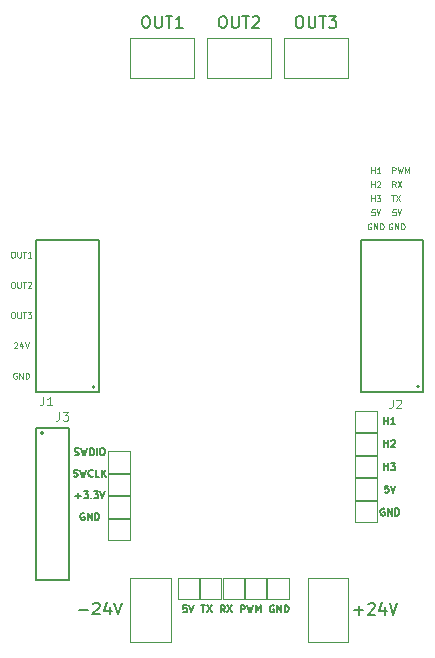
<source format=gbr>
%TF.GenerationSoftware,KiCad,Pcbnew,8.0.6*%
%TF.CreationDate,2024-10-27T10:54:55+01:00*%
%TF.ProjectId,Motor_Driver_carrier_board,4d6f746f-725f-4447-9269-7665725f6361,rev?*%
%TF.SameCoordinates,Original*%
%TF.FileFunction,Legend,Top*%
%TF.FilePolarity,Positive*%
%FSLAX46Y46*%
G04 Gerber Fmt 4.6, Leading zero omitted, Abs format (unit mm)*
G04 Created by KiCad (PCBNEW 8.0.6) date 2024-10-27 10:54:55*
%MOMM*%
%LPD*%
G01*
G04 APERTURE LIST*
%ADD10C,0.100000*%
%ADD11C,0.150000*%
%ADD12C,0.065024*%
%ADD13C,0.120000*%
%ADD14C,0.200000*%
G04 APERTURE END LIST*
D10*
X114980074Y-63358609D02*
X115075312Y-63358609D01*
X115075312Y-63358609D02*
X115122931Y-63382419D01*
X115122931Y-63382419D02*
X115170550Y-63430038D01*
X115170550Y-63430038D02*
X115194360Y-63525276D01*
X115194360Y-63525276D02*
X115194360Y-63691942D01*
X115194360Y-63691942D02*
X115170550Y-63787180D01*
X115170550Y-63787180D02*
X115122931Y-63834800D01*
X115122931Y-63834800D02*
X115075312Y-63858609D01*
X115075312Y-63858609D02*
X114980074Y-63858609D01*
X114980074Y-63858609D02*
X114932455Y-63834800D01*
X114932455Y-63834800D02*
X114884836Y-63787180D01*
X114884836Y-63787180D02*
X114861027Y-63691942D01*
X114861027Y-63691942D02*
X114861027Y-63525276D01*
X114861027Y-63525276D02*
X114884836Y-63430038D01*
X114884836Y-63430038D02*
X114932455Y-63382419D01*
X114932455Y-63382419D02*
X114980074Y-63358609D01*
X115408646Y-63358609D02*
X115408646Y-63763371D01*
X115408646Y-63763371D02*
X115432456Y-63810990D01*
X115432456Y-63810990D02*
X115456265Y-63834800D01*
X115456265Y-63834800D02*
X115503884Y-63858609D01*
X115503884Y-63858609D02*
X115599122Y-63858609D01*
X115599122Y-63858609D02*
X115646741Y-63834800D01*
X115646741Y-63834800D02*
X115670551Y-63810990D01*
X115670551Y-63810990D02*
X115694360Y-63763371D01*
X115694360Y-63763371D02*
X115694360Y-63358609D01*
X115861028Y-63358609D02*
X116146742Y-63358609D01*
X116003885Y-63858609D02*
X116003885Y-63358609D01*
X116575313Y-63858609D02*
X116289599Y-63858609D01*
X116432456Y-63858609D02*
X116432456Y-63358609D01*
X116432456Y-63358609D02*
X116384837Y-63430038D01*
X116384837Y-63430038D02*
X116337218Y-63477657D01*
X116337218Y-63477657D02*
X116289599Y-63501466D01*
X147137216Y-60994919D02*
X147089597Y-60971109D01*
X147089597Y-60971109D02*
X147018168Y-60971109D01*
X147018168Y-60971109D02*
X146946740Y-60994919D01*
X146946740Y-60994919D02*
X146899121Y-61042538D01*
X146899121Y-61042538D02*
X146875311Y-61090157D01*
X146875311Y-61090157D02*
X146851502Y-61185395D01*
X146851502Y-61185395D02*
X146851502Y-61256823D01*
X146851502Y-61256823D02*
X146875311Y-61352061D01*
X146875311Y-61352061D02*
X146899121Y-61399680D01*
X146899121Y-61399680D02*
X146946740Y-61447300D01*
X146946740Y-61447300D02*
X147018168Y-61471109D01*
X147018168Y-61471109D02*
X147065787Y-61471109D01*
X147065787Y-61471109D02*
X147137216Y-61447300D01*
X147137216Y-61447300D02*
X147161025Y-61423490D01*
X147161025Y-61423490D02*
X147161025Y-61256823D01*
X147161025Y-61256823D02*
X147065787Y-61256823D01*
X147375311Y-61471109D02*
X147375311Y-60971109D01*
X147375311Y-60971109D02*
X147661025Y-61471109D01*
X147661025Y-61471109D02*
X147661025Y-60971109D01*
X147899121Y-61471109D02*
X147899121Y-60971109D01*
X147899121Y-60971109D02*
X148018169Y-60971109D01*
X148018169Y-60971109D02*
X148089597Y-60994919D01*
X148089597Y-60994919D02*
X148137216Y-61042538D01*
X148137216Y-61042538D02*
X148161026Y-61090157D01*
X148161026Y-61090157D02*
X148184835Y-61185395D01*
X148184835Y-61185395D02*
X148184835Y-61256823D01*
X148184835Y-61256823D02*
X148161026Y-61352061D01*
X148161026Y-61352061D02*
X148137216Y-61399680D01*
X148137216Y-61399680D02*
X148089597Y-61447300D01*
X148089597Y-61447300D02*
X148018169Y-61471109D01*
X148018169Y-61471109D02*
X147899121Y-61471109D01*
X147137216Y-56721109D02*
X147137216Y-56221109D01*
X147137216Y-56221109D02*
X147327692Y-56221109D01*
X147327692Y-56221109D02*
X147375311Y-56244919D01*
X147375311Y-56244919D02*
X147399121Y-56268728D01*
X147399121Y-56268728D02*
X147422930Y-56316347D01*
X147422930Y-56316347D02*
X147422930Y-56387776D01*
X147422930Y-56387776D02*
X147399121Y-56435395D01*
X147399121Y-56435395D02*
X147375311Y-56459204D01*
X147375311Y-56459204D02*
X147327692Y-56483014D01*
X147327692Y-56483014D02*
X147137216Y-56483014D01*
X147589597Y-56221109D02*
X147708645Y-56721109D01*
X147708645Y-56721109D02*
X147803883Y-56363966D01*
X147803883Y-56363966D02*
X147899121Y-56721109D01*
X147899121Y-56721109D02*
X148018169Y-56221109D01*
X148208645Y-56721109D02*
X148208645Y-56221109D01*
X148208645Y-56221109D02*
X148375312Y-56578252D01*
X148375312Y-56578252D02*
X148541978Y-56221109D01*
X148541978Y-56221109D02*
X148541978Y-56721109D01*
X145359836Y-57908609D02*
X145359836Y-57408609D01*
X145359836Y-57646704D02*
X145645550Y-57646704D01*
X145645550Y-57908609D02*
X145645550Y-57408609D01*
X145859837Y-57456228D02*
X145883646Y-57432419D01*
X145883646Y-57432419D02*
X145931265Y-57408609D01*
X145931265Y-57408609D02*
X146050313Y-57408609D01*
X146050313Y-57408609D02*
X146097932Y-57432419D01*
X146097932Y-57432419D02*
X146121741Y-57456228D01*
X146121741Y-57456228D02*
X146145551Y-57503847D01*
X146145551Y-57503847D02*
X146145551Y-57551466D01*
X146145551Y-57551466D02*
X146121741Y-57622895D01*
X146121741Y-57622895D02*
X145836027Y-57908609D01*
X145836027Y-57908609D02*
X146145551Y-57908609D01*
X145645551Y-59783609D02*
X145407456Y-59783609D01*
X145407456Y-59783609D02*
X145383647Y-60021704D01*
X145383647Y-60021704D02*
X145407456Y-59997895D01*
X145407456Y-59997895D02*
X145455075Y-59974085D01*
X145455075Y-59974085D02*
X145574123Y-59974085D01*
X145574123Y-59974085D02*
X145621742Y-59997895D01*
X145621742Y-59997895D02*
X145645551Y-60021704D01*
X145645551Y-60021704D02*
X145669361Y-60069323D01*
X145669361Y-60069323D02*
X145669361Y-60188371D01*
X145669361Y-60188371D02*
X145645551Y-60235990D01*
X145645551Y-60235990D02*
X145621742Y-60259800D01*
X145621742Y-60259800D02*
X145574123Y-60283609D01*
X145574123Y-60283609D02*
X145455075Y-60283609D01*
X145455075Y-60283609D02*
X145407456Y-60259800D01*
X145407456Y-60259800D02*
X145383647Y-60235990D01*
X145812218Y-59783609D02*
X145978884Y-60283609D01*
X145978884Y-60283609D02*
X146145551Y-59783609D01*
X145359836Y-59096109D02*
X145359836Y-58596109D01*
X145359836Y-58834204D02*
X145645550Y-58834204D01*
X145645550Y-59096109D02*
X145645550Y-58596109D01*
X145836027Y-58596109D02*
X146145551Y-58596109D01*
X146145551Y-58596109D02*
X145978884Y-58786585D01*
X145978884Y-58786585D02*
X146050313Y-58786585D01*
X146050313Y-58786585D02*
X146097932Y-58810395D01*
X146097932Y-58810395D02*
X146121741Y-58834204D01*
X146121741Y-58834204D02*
X146145551Y-58881823D01*
X146145551Y-58881823D02*
X146145551Y-59000871D01*
X146145551Y-59000871D02*
X146121741Y-59048490D01*
X146121741Y-59048490D02*
X146097932Y-59072300D01*
X146097932Y-59072300D02*
X146050313Y-59096109D01*
X146050313Y-59096109D02*
X145907456Y-59096109D01*
X145907456Y-59096109D02*
X145859837Y-59072300D01*
X145859837Y-59072300D02*
X145836027Y-59048490D01*
X115122933Y-71093728D02*
X115146742Y-71069919D01*
X115146742Y-71069919D02*
X115194361Y-71046109D01*
X115194361Y-71046109D02*
X115313409Y-71046109D01*
X115313409Y-71046109D02*
X115361028Y-71069919D01*
X115361028Y-71069919D02*
X115384837Y-71093728D01*
X115384837Y-71093728D02*
X115408647Y-71141347D01*
X115408647Y-71141347D02*
X115408647Y-71188966D01*
X115408647Y-71188966D02*
X115384837Y-71260395D01*
X115384837Y-71260395D02*
X115099123Y-71546109D01*
X115099123Y-71546109D02*
X115408647Y-71546109D01*
X115837218Y-71212776D02*
X115837218Y-71546109D01*
X115718170Y-71022300D02*
X115599123Y-71379442D01*
X115599123Y-71379442D02*
X115908646Y-71379442D01*
X116027694Y-71046109D02*
X116194360Y-71546109D01*
X116194360Y-71546109D02*
X116361027Y-71046109D01*
X114980074Y-68483609D02*
X115075312Y-68483609D01*
X115075312Y-68483609D02*
X115122931Y-68507419D01*
X115122931Y-68507419D02*
X115170550Y-68555038D01*
X115170550Y-68555038D02*
X115194360Y-68650276D01*
X115194360Y-68650276D02*
X115194360Y-68816942D01*
X115194360Y-68816942D02*
X115170550Y-68912180D01*
X115170550Y-68912180D02*
X115122931Y-68959800D01*
X115122931Y-68959800D02*
X115075312Y-68983609D01*
X115075312Y-68983609D02*
X114980074Y-68983609D01*
X114980074Y-68983609D02*
X114932455Y-68959800D01*
X114932455Y-68959800D02*
X114884836Y-68912180D01*
X114884836Y-68912180D02*
X114861027Y-68816942D01*
X114861027Y-68816942D02*
X114861027Y-68650276D01*
X114861027Y-68650276D02*
X114884836Y-68555038D01*
X114884836Y-68555038D02*
X114932455Y-68507419D01*
X114932455Y-68507419D02*
X114980074Y-68483609D01*
X115408646Y-68483609D02*
X115408646Y-68888371D01*
X115408646Y-68888371D02*
X115432456Y-68935990D01*
X115432456Y-68935990D02*
X115456265Y-68959800D01*
X115456265Y-68959800D02*
X115503884Y-68983609D01*
X115503884Y-68983609D02*
X115599122Y-68983609D01*
X115599122Y-68983609D02*
X115646741Y-68959800D01*
X115646741Y-68959800D02*
X115670551Y-68935990D01*
X115670551Y-68935990D02*
X115694360Y-68888371D01*
X115694360Y-68888371D02*
X115694360Y-68483609D01*
X115861028Y-68483609D02*
X116146742Y-68483609D01*
X116003885Y-68983609D02*
X116003885Y-68483609D01*
X116265789Y-68483609D02*
X116575313Y-68483609D01*
X116575313Y-68483609D02*
X116408646Y-68674085D01*
X116408646Y-68674085D02*
X116480075Y-68674085D01*
X116480075Y-68674085D02*
X116527694Y-68697895D01*
X116527694Y-68697895D02*
X116551503Y-68721704D01*
X116551503Y-68721704D02*
X116575313Y-68769323D01*
X116575313Y-68769323D02*
X116575313Y-68888371D01*
X116575313Y-68888371D02*
X116551503Y-68935990D01*
X116551503Y-68935990D02*
X116527694Y-68959800D01*
X116527694Y-68959800D02*
X116480075Y-68983609D01*
X116480075Y-68983609D02*
X116337218Y-68983609D01*
X116337218Y-68983609D02*
X116289599Y-68959800D01*
X116289599Y-68959800D02*
X116265789Y-68935990D01*
X115337217Y-73632419D02*
X115289598Y-73608609D01*
X115289598Y-73608609D02*
X115218169Y-73608609D01*
X115218169Y-73608609D02*
X115146741Y-73632419D01*
X115146741Y-73632419D02*
X115099122Y-73680038D01*
X115099122Y-73680038D02*
X115075312Y-73727657D01*
X115075312Y-73727657D02*
X115051503Y-73822895D01*
X115051503Y-73822895D02*
X115051503Y-73894323D01*
X115051503Y-73894323D02*
X115075312Y-73989561D01*
X115075312Y-73989561D02*
X115099122Y-74037180D01*
X115099122Y-74037180D02*
X115146741Y-74084800D01*
X115146741Y-74084800D02*
X115218169Y-74108609D01*
X115218169Y-74108609D02*
X115265788Y-74108609D01*
X115265788Y-74108609D02*
X115337217Y-74084800D01*
X115337217Y-74084800D02*
X115361026Y-74060990D01*
X115361026Y-74060990D02*
X115361026Y-73894323D01*
X115361026Y-73894323D02*
X115265788Y-73894323D01*
X115575312Y-74108609D02*
X115575312Y-73608609D01*
X115575312Y-73608609D02*
X115861026Y-74108609D01*
X115861026Y-74108609D02*
X115861026Y-73608609D01*
X116099122Y-74108609D02*
X116099122Y-73608609D01*
X116099122Y-73608609D02*
X116218170Y-73608609D01*
X116218170Y-73608609D02*
X116289598Y-73632419D01*
X116289598Y-73632419D02*
X116337217Y-73680038D01*
X116337217Y-73680038D02*
X116361027Y-73727657D01*
X116361027Y-73727657D02*
X116384836Y-73822895D01*
X116384836Y-73822895D02*
X116384836Y-73894323D01*
X116384836Y-73894323D02*
X116361027Y-73989561D01*
X116361027Y-73989561D02*
X116337217Y-74037180D01*
X116337217Y-74037180D02*
X116289598Y-74084800D01*
X116289598Y-74084800D02*
X116218170Y-74108609D01*
X116218170Y-74108609D02*
X116099122Y-74108609D01*
X147422930Y-57908609D02*
X147256264Y-57670514D01*
X147137216Y-57908609D02*
X147137216Y-57408609D01*
X147137216Y-57408609D02*
X147327692Y-57408609D01*
X147327692Y-57408609D02*
X147375311Y-57432419D01*
X147375311Y-57432419D02*
X147399121Y-57456228D01*
X147399121Y-57456228D02*
X147422930Y-57503847D01*
X147422930Y-57503847D02*
X147422930Y-57575276D01*
X147422930Y-57575276D02*
X147399121Y-57622895D01*
X147399121Y-57622895D02*
X147375311Y-57646704D01*
X147375311Y-57646704D02*
X147327692Y-57670514D01*
X147327692Y-57670514D02*
X147137216Y-57670514D01*
X147589597Y-57408609D02*
X147922930Y-57908609D01*
X147922930Y-57408609D02*
X147589597Y-57908609D01*
X114980074Y-65921109D02*
X115075312Y-65921109D01*
X115075312Y-65921109D02*
X115122931Y-65944919D01*
X115122931Y-65944919D02*
X115170550Y-65992538D01*
X115170550Y-65992538D02*
X115194360Y-66087776D01*
X115194360Y-66087776D02*
X115194360Y-66254442D01*
X115194360Y-66254442D02*
X115170550Y-66349680D01*
X115170550Y-66349680D02*
X115122931Y-66397300D01*
X115122931Y-66397300D02*
X115075312Y-66421109D01*
X115075312Y-66421109D02*
X114980074Y-66421109D01*
X114980074Y-66421109D02*
X114932455Y-66397300D01*
X114932455Y-66397300D02*
X114884836Y-66349680D01*
X114884836Y-66349680D02*
X114861027Y-66254442D01*
X114861027Y-66254442D02*
X114861027Y-66087776D01*
X114861027Y-66087776D02*
X114884836Y-65992538D01*
X114884836Y-65992538D02*
X114932455Y-65944919D01*
X114932455Y-65944919D02*
X114980074Y-65921109D01*
X115408646Y-65921109D02*
X115408646Y-66325871D01*
X115408646Y-66325871D02*
X115432456Y-66373490D01*
X115432456Y-66373490D02*
X115456265Y-66397300D01*
X115456265Y-66397300D02*
X115503884Y-66421109D01*
X115503884Y-66421109D02*
X115599122Y-66421109D01*
X115599122Y-66421109D02*
X115646741Y-66397300D01*
X115646741Y-66397300D02*
X115670551Y-66373490D01*
X115670551Y-66373490D02*
X115694360Y-66325871D01*
X115694360Y-66325871D02*
X115694360Y-65921109D01*
X115861028Y-65921109D02*
X116146742Y-65921109D01*
X116003885Y-66421109D02*
X116003885Y-65921109D01*
X116289599Y-65968728D02*
X116313408Y-65944919D01*
X116313408Y-65944919D02*
X116361027Y-65921109D01*
X116361027Y-65921109D02*
X116480075Y-65921109D01*
X116480075Y-65921109D02*
X116527694Y-65944919D01*
X116527694Y-65944919D02*
X116551503Y-65968728D01*
X116551503Y-65968728D02*
X116575313Y-66016347D01*
X116575313Y-66016347D02*
X116575313Y-66063966D01*
X116575313Y-66063966D02*
X116551503Y-66135395D01*
X116551503Y-66135395D02*
X116265789Y-66421109D01*
X116265789Y-66421109D02*
X116575313Y-66421109D01*
X145359836Y-60994919D02*
X145312217Y-60971109D01*
X145312217Y-60971109D02*
X145240788Y-60971109D01*
X145240788Y-60971109D02*
X145169360Y-60994919D01*
X145169360Y-60994919D02*
X145121741Y-61042538D01*
X145121741Y-61042538D02*
X145097931Y-61090157D01*
X145097931Y-61090157D02*
X145074122Y-61185395D01*
X145074122Y-61185395D02*
X145074122Y-61256823D01*
X145074122Y-61256823D02*
X145097931Y-61352061D01*
X145097931Y-61352061D02*
X145121741Y-61399680D01*
X145121741Y-61399680D02*
X145169360Y-61447300D01*
X145169360Y-61447300D02*
X145240788Y-61471109D01*
X145240788Y-61471109D02*
X145288407Y-61471109D01*
X145288407Y-61471109D02*
X145359836Y-61447300D01*
X145359836Y-61447300D02*
X145383645Y-61423490D01*
X145383645Y-61423490D02*
X145383645Y-61256823D01*
X145383645Y-61256823D02*
X145288407Y-61256823D01*
X145597931Y-61471109D02*
X145597931Y-60971109D01*
X145597931Y-60971109D02*
X145883645Y-61471109D01*
X145883645Y-61471109D02*
X145883645Y-60971109D01*
X146121741Y-61471109D02*
X146121741Y-60971109D01*
X146121741Y-60971109D02*
X146240789Y-60971109D01*
X146240789Y-60971109D02*
X146312217Y-60994919D01*
X146312217Y-60994919D02*
X146359836Y-61042538D01*
X146359836Y-61042538D02*
X146383646Y-61090157D01*
X146383646Y-61090157D02*
X146407455Y-61185395D01*
X146407455Y-61185395D02*
X146407455Y-61256823D01*
X146407455Y-61256823D02*
X146383646Y-61352061D01*
X146383646Y-61352061D02*
X146359836Y-61399680D01*
X146359836Y-61399680D02*
X146312217Y-61447300D01*
X146312217Y-61447300D02*
X146240789Y-61471109D01*
X146240789Y-61471109D02*
X146121741Y-61471109D01*
X147065788Y-58596109D02*
X147351502Y-58596109D01*
X147208645Y-59096109D02*
X147208645Y-58596109D01*
X147470549Y-58596109D02*
X147803882Y-59096109D01*
X147803882Y-58596109D02*
X147470549Y-59096109D01*
X147422931Y-59783609D02*
X147184836Y-59783609D01*
X147184836Y-59783609D02*
X147161027Y-60021704D01*
X147161027Y-60021704D02*
X147184836Y-59997895D01*
X147184836Y-59997895D02*
X147232455Y-59974085D01*
X147232455Y-59974085D02*
X147351503Y-59974085D01*
X147351503Y-59974085D02*
X147399122Y-59997895D01*
X147399122Y-59997895D02*
X147422931Y-60021704D01*
X147422931Y-60021704D02*
X147446741Y-60069323D01*
X147446741Y-60069323D02*
X147446741Y-60188371D01*
X147446741Y-60188371D02*
X147422931Y-60235990D01*
X147422931Y-60235990D02*
X147399122Y-60259800D01*
X147399122Y-60259800D02*
X147351503Y-60283609D01*
X147351503Y-60283609D02*
X147232455Y-60283609D01*
X147232455Y-60283609D02*
X147184836Y-60259800D01*
X147184836Y-60259800D02*
X147161027Y-60235990D01*
X147589598Y-59783609D02*
X147756264Y-60283609D01*
X147756264Y-60283609D02*
X147922931Y-59783609D01*
X145359836Y-56721109D02*
X145359836Y-56221109D01*
X145359836Y-56459204D02*
X145645550Y-56459204D01*
X145645550Y-56721109D02*
X145645550Y-56221109D01*
X146145551Y-56721109D02*
X145859837Y-56721109D01*
X146002694Y-56721109D02*
X146002694Y-56221109D01*
X146002694Y-56221109D02*
X145955075Y-56292538D01*
X145955075Y-56292538D02*
X145907456Y-56340157D01*
X145907456Y-56340157D02*
X145859837Y-56363966D01*
D11*
X126198809Y-43404819D02*
X126389285Y-43404819D01*
X126389285Y-43404819D02*
X126484523Y-43452438D01*
X126484523Y-43452438D02*
X126579761Y-43547676D01*
X126579761Y-43547676D02*
X126627380Y-43738152D01*
X126627380Y-43738152D02*
X126627380Y-44071485D01*
X126627380Y-44071485D02*
X126579761Y-44261961D01*
X126579761Y-44261961D02*
X126484523Y-44357200D01*
X126484523Y-44357200D02*
X126389285Y-44404819D01*
X126389285Y-44404819D02*
X126198809Y-44404819D01*
X126198809Y-44404819D02*
X126103571Y-44357200D01*
X126103571Y-44357200D02*
X126008333Y-44261961D01*
X126008333Y-44261961D02*
X125960714Y-44071485D01*
X125960714Y-44071485D02*
X125960714Y-43738152D01*
X125960714Y-43738152D02*
X126008333Y-43547676D01*
X126008333Y-43547676D02*
X126103571Y-43452438D01*
X126103571Y-43452438D02*
X126198809Y-43404819D01*
X127055952Y-43404819D02*
X127055952Y-44214342D01*
X127055952Y-44214342D02*
X127103571Y-44309580D01*
X127103571Y-44309580D02*
X127151190Y-44357200D01*
X127151190Y-44357200D02*
X127246428Y-44404819D01*
X127246428Y-44404819D02*
X127436904Y-44404819D01*
X127436904Y-44404819D02*
X127532142Y-44357200D01*
X127532142Y-44357200D02*
X127579761Y-44309580D01*
X127579761Y-44309580D02*
X127627380Y-44214342D01*
X127627380Y-44214342D02*
X127627380Y-43404819D01*
X127960714Y-43404819D02*
X128532142Y-43404819D01*
X128246428Y-44404819D02*
X128246428Y-43404819D01*
X129389285Y-44404819D02*
X128817857Y-44404819D01*
X129103571Y-44404819D02*
X129103571Y-43404819D01*
X129103571Y-43404819D02*
X129008333Y-43547676D01*
X129008333Y-43547676D02*
X128913095Y-43642914D01*
X128913095Y-43642914D02*
X128817857Y-43690533D01*
D12*
X118967012Y-76907329D02*
X118967012Y-77441455D01*
X118967012Y-77441455D02*
X118931403Y-77548280D01*
X118931403Y-77548280D02*
X118860187Y-77619497D01*
X118860187Y-77619497D02*
X118753361Y-77655105D01*
X118753361Y-77655105D02*
X118682145Y-77655105D01*
X119251879Y-76907329D02*
X119714788Y-76907329D01*
X119714788Y-76907329D02*
X119465529Y-77192196D01*
X119465529Y-77192196D02*
X119572354Y-77192196D01*
X119572354Y-77192196D02*
X119643571Y-77227804D01*
X119643571Y-77227804D02*
X119679179Y-77263413D01*
X119679179Y-77263413D02*
X119714788Y-77334629D01*
X119714788Y-77334629D02*
X119714788Y-77512671D01*
X119714788Y-77512671D02*
X119679179Y-77583888D01*
X119679179Y-77583888D02*
X119643571Y-77619497D01*
X119643571Y-77619497D02*
X119572354Y-77655105D01*
X119572354Y-77655105D02*
X119358704Y-77655105D01*
X119358704Y-77655105D02*
X119287487Y-77619497D01*
X119287487Y-77619497D02*
X119251879Y-77583888D01*
D11*
X146467857Y-85129592D02*
X146410715Y-85101021D01*
X146410715Y-85101021D02*
X146325000Y-85101021D01*
X146325000Y-85101021D02*
X146239286Y-85129592D01*
X146239286Y-85129592D02*
X146182143Y-85186735D01*
X146182143Y-85186735D02*
X146153572Y-85243878D01*
X146153572Y-85243878D02*
X146125000Y-85358164D01*
X146125000Y-85358164D02*
X146125000Y-85443878D01*
X146125000Y-85443878D02*
X146153572Y-85558164D01*
X146153572Y-85558164D02*
X146182143Y-85615307D01*
X146182143Y-85615307D02*
X146239286Y-85672450D01*
X146239286Y-85672450D02*
X146325000Y-85701021D01*
X146325000Y-85701021D02*
X146382143Y-85701021D01*
X146382143Y-85701021D02*
X146467857Y-85672450D01*
X146467857Y-85672450D02*
X146496429Y-85643878D01*
X146496429Y-85643878D02*
X146496429Y-85443878D01*
X146496429Y-85443878D02*
X146382143Y-85443878D01*
X146753572Y-85701021D02*
X146753572Y-85101021D01*
X146753572Y-85101021D02*
X147096429Y-85701021D01*
X147096429Y-85701021D02*
X147096429Y-85101021D01*
X147382143Y-85701021D02*
X147382143Y-85101021D01*
X147382143Y-85101021D02*
X147525000Y-85101021D01*
X147525000Y-85101021D02*
X147610714Y-85129592D01*
X147610714Y-85129592D02*
X147667857Y-85186735D01*
X147667857Y-85186735D02*
X147696428Y-85243878D01*
X147696428Y-85243878D02*
X147725000Y-85358164D01*
X147725000Y-85358164D02*
X147725000Y-85443878D01*
X147725000Y-85443878D02*
X147696428Y-85558164D01*
X147696428Y-85558164D02*
X147667857Y-85615307D01*
X147667857Y-85615307D02*
X147610714Y-85672450D01*
X147610714Y-85672450D02*
X147525000Y-85701021D01*
X147525000Y-85701021D02*
X147382143Y-85701021D01*
X129734820Y-93294771D02*
X129449106Y-93294771D01*
X129449106Y-93294771D02*
X129420534Y-93580485D01*
X129420534Y-93580485D02*
X129449106Y-93551914D01*
X129449106Y-93551914D02*
X129506249Y-93523342D01*
X129506249Y-93523342D02*
X129649106Y-93523342D01*
X129649106Y-93523342D02*
X129706249Y-93551914D01*
X129706249Y-93551914D02*
X129734820Y-93580485D01*
X129734820Y-93580485D02*
X129763391Y-93637628D01*
X129763391Y-93637628D02*
X129763391Y-93780485D01*
X129763391Y-93780485D02*
X129734820Y-93837628D01*
X129734820Y-93837628D02*
X129706249Y-93866200D01*
X129706249Y-93866200D02*
X129649106Y-93894771D01*
X129649106Y-93894771D02*
X129506249Y-93894771D01*
X129506249Y-93894771D02*
X129449106Y-93866200D01*
X129449106Y-93866200D02*
X129420534Y-93837628D01*
X129934820Y-93294771D02*
X130134820Y-93894771D01*
X130134820Y-93894771D02*
X130334820Y-93294771D01*
X137116963Y-93323342D02*
X137059821Y-93294771D01*
X137059821Y-93294771D02*
X136974106Y-93294771D01*
X136974106Y-93294771D02*
X136888392Y-93323342D01*
X136888392Y-93323342D02*
X136831249Y-93380485D01*
X136831249Y-93380485D02*
X136802678Y-93437628D01*
X136802678Y-93437628D02*
X136774106Y-93551914D01*
X136774106Y-93551914D02*
X136774106Y-93637628D01*
X136774106Y-93637628D02*
X136802678Y-93751914D01*
X136802678Y-93751914D02*
X136831249Y-93809057D01*
X136831249Y-93809057D02*
X136888392Y-93866200D01*
X136888392Y-93866200D02*
X136974106Y-93894771D01*
X136974106Y-93894771D02*
X137031249Y-93894771D01*
X137031249Y-93894771D02*
X137116963Y-93866200D01*
X137116963Y-93866200D02*
X137145535Y-93837628D01*
X137145535Y-93837628D02*
X137145535Y-93637628D01*
X137145535Y-93637628D02*
X137031249Y-93637628D01*
X137402678Y-93894771D02*
X137402678Y-93294771D01*
X137402678Y-93294771D02*
X137745535Y-93894771D01*
X137745535Y-93894771D02*
X137745535Y-93294771D01*
X138031249Y-93894771D02*
X138031249Y-93294771D01*
X138031249Y-93294771D02*
X138174106Y-93294771D01*
X138174106Y-93294771D02*
X138259820Y-93323342D01*
X138259820Y-93323342D02*
X138316963Y-93380485D01*
X138316963Y-93380485D02*
X138345534Y-93437628D01*
X138345534Y-93437628D02*
X138374106Y-93551914D01*
X138374106Y-93551914D02*
X138374106Y-93637628D01*
X138374106Y-93637628D02*
X138345534Y-93751914D01*
X138345534Y-93751914D02*
X138316963Y-93809057D01*
X138316963Y-93809057D02*
X138259820Y-93866200D01*
X138259820Y-93866200D02*
X138174106Y-93894771D01*
X138174106Y-93894771D02*
X138031249Y-93894771D01*
X143913095Y-93723866D02*
X144675000Y-93723866D01*
X144294047Y-94104819D02*
X144294047Y-93342914D01*
X145103571Y-93200057D02*
X145151190Y-93152438D01*
X145151190Y-93152438D02*
X145246428Y-93104819D01*
X145246428Y-93104819D02*
X145484523Y-93104819D01*
X145484523Y-93104819D02*
X145579761Y-93152438D01*
X145579761Y-93152438D02*
X145627380Y-93200057D01*
X145627380Y-93200057D02*
X145674999Y-93295295D01*
X145674999Y-93295295D02*
X145674999Y-93390533D01*
X145674999Y-93390533D02*
X145627380Y-93533390D01*
X145627380Y-93533390D02*
X145055952Y-94104819D01*
X145055952Y-94104819D02*
X145674999Y-94104819D01*
X146532142Y-93438152D02*
X146532142Y-94104819D01*
X146294047Y-93057200D02*
X146055952Y-93771485D01*
X146055952Y-93771485D02*
X146674999Y-93771485D01*
X146913095Y-93104819D02*
X147246428Y-94104819D01*
X147246428Y-94104819D02*
X147579761Y-93104819D01*
X120613095Y-93698866D02*
X121375000Y-93698866D01*
X121803571Y-93175057D02*
X121851190Y-93127438D01*
X121851190Y-93127438D02*
X121946428Y-93079819D01*
X121946428Y-93079819D02*
X122184523Y-93079819D01*
X122184523Y-93079819D02*
X122279761Y-93127438D01*
X122279761Y-93127438D02*
X122327380Y-93175057D01*
X122327380Y-93175057D02*
X122374999Y-93270295D01*
X122374999Y-93270295D02*
X122374999Y-93365533D01*
X122374999Y-93365533D02*
X122327380Y-93508390D01*
X122327380Y-93508390D02*
X121755952Y-94079819D01*
X121755952Y-94079819D02*
X122374999Y-94079819D01*
X123232142Y-93413152D02*
X123232142Y-94079819D01*
X122994047Y-93032200D02*
X122755952Y-93746485D01*
X122755952Y-93746485D02*
X123374999Y-93746485D01*
X123613095Y-93079819D02*
X123946428Y-94079819D01*
X123946428Y-94079819D02*
X124279761Y-93079819D01*
X139198809Y-43404819D02*
X139389285Y-43404819D01*
X139389285Y-43404819D02*
X139484523Y-43452438D01*
X139484523Y-43452438D02*
X139579761Y-43547676D01*
X139579761Y-43547676D02*
X139627380Y-43738152D01*
X139627380Y-43738152D02*
X139627380Y-44071485D01*
X139627380Y-44071485D02*
X139579761Y-44261961D01*
X139579761Y-44261961D02*
X139484523Y-44357200D01*
X139484523Y-44357200D02*
X139389285Y-44404819D01*
X139389285Y-44404819D02*
X139198809Y-44404819D01*
X139198809Y-44404819D02*
X139103571Y-44357200D01*
X139103571Y-44357200D02*
X139008333Y-44261961D01*
X139008333Y-44261961D02*
X138960714Y-44071485D01*
X138960714Y-44071485D02*
X138960714Y-43738152D01*
X138960714Y-43738152D02*
X139008333Y-43547676D01*
X139008333Y-43547676D02*
X139103571Y-43452438D01*
X139103571Y-43452438D02*
X139198809Y-43404819D01*
X140055952Y-43404819D02*
X140055952Y-44214342D01*
X140055952Y-44214342D02*
X140103571Y-44309580D01*
X140103571Y-44309580D02*
X140151190Y-44357200D01*
X140151190Y-44357200D02*
X140246428Y-44404819D01*
X140246428Y-44404819D02*
X140436904Y-44404819D01*
X140436904Y-44404819D02*
X140532142Y-44357200D01*
X140532142Y-44357200D02*
X140579761Y-44309580D01*
X140579761Y-44309580D02*
X140627380Y-44214342D01*
X140627380Y-44214342D02*
X140627380Y-43404819D01*
X140960714Y-43404819D02*
X141532142Y-43404819D01*
X141246428Y-44404819D02*
X141246428Y-43404819D01*
X141770238Y-43404819D02*
X142389285Y-43404819D01*
X142389285Y-43404819D02*
X142055952Y-43785771D01*
X142055952Y-43785771D02*
X142198809Y-43785771D01*
X142198809Y-43785771D02*
X142294047Y-43833390D01*
X142294047Y-43833390D02*
X142341666Y-43881009D01*
X142341666Y-43881009D02*
X142389285Y-43976247D01*
X142389285Y-43976247D02*
X142389285Y-44214342D01*
X142389285Y-44214342D02*
X142341666Y-44309580D01*
X142341666Y-44309580D02*
X142294047Y-44357200D01*
X142294047Y-44357200D02*
X142198809Y-44404819D01*
X142198809Y-44404819D02*
X141913095Y-44404819D01*
X141913095Y-44404819D02*
X141817857Y-44357200D01*
X141817857Y-44357200D02*
X141770238Y-44309580D01*
X132698809Y-43404819D02*
X132889285Y-43404819D01*
X132889285Y-43404819D02*
X132984523Y-43452438D01*
X132984523Y-43452438D02*
X133079761Y-43547676D01*
X133079761Y-43547676D02*
X133127380Y-43738152D01*
X133127380Y-43738152D02*
X133127380Y-44071485D01*
X133127380Y-44071485D02*
X133079761Y-44261961D01*
X133079761Y-44261961D02*
X132984523Y-44357200D01*
X132984523Y-44357200D02*
X132889285Y-44404819D01*
X132889285Y-44404819D02*
X132698809Y-44404819D01*
X132698809Y-44404819D02*
X132603571Y-44357200D01*
X132603571Y-44357200D02*
X132508333Y-44261961D01*
X132508333Y-44261961D02*
X132460714Y-44071485D01*
X132460714Y-44071485D02*
X132460714Y-43738152D01*
X132460714Y-43738152D02*
X132508333Y-43547676D01*
X132508333Y-43547676D02*
X132603571Y-43452438D01*
X132603571Y-43452438D02*
X132698809Y-43404819D01*
X133555952Y-43404819D02*
X133555952Y-44214342D01*
X133555952Y-44214342D02*
X133603571Y-44309580D01*
X133603571Y-44309580D02*
X133651190Y-44357200D01*
X133651190Y-44357200D02*
X133746428Y-44404819D01*
X133746428Y-44404819D02*
X133936904Y-44404819D01*
X133936904Y-44404819D02*
X134032142Y-44357200D01*
X134032142Y-44357200D02*
X134079761Y-44309580D01*
X134079761Y-44309580D02*
X134127380Y-44214342D01*
X134127380Y-44214342D02*
X134127380Y-43404819D01*
X134460714Y-43404819D02*
X135032142Y-43404819D01*
X134746428Y-44404819D02*
X134746428Y-43404819D01*
X135317857Y-43500057D02*
X135365476Y-43452438D01*
X135365476Y-43452438D02*
X135460714Y-43404819D01*
X135460714Y-43404819D02*
X135698809Y-43404819D01*
X135698809Y-43404819D02*
X135794047Y-43452438D01*
X135794047Y-43452438D02*
X135841666Y-43500057D01*
X135841666Y-43500057D02*
X135889285Y-43595295D01*
X135889285Y-43595295D02*
X135889285Y-43690533D01*
X135889285Y-43690533D02*
X135841666Y-43833390D01*
X135841666Y-43833390D02*
X135270238Y-44404819D01*
X135270238Y-44404819D02*
X135889285Y-44404819D01*
D12*
X117617012Y-75632329D02*
X117617012Y-76166455D01*
X117617012Y-76166455D02*
X117581403Y-76273280D01*
X117581403Y-76273280D02*
X117510187Y-76344497D01*
X117510187Y-76344497D02*
X117403361Y-76380105D01*
X117403361Y-76380105D02*
X117332145Y-76380105D01*
X118364788Y-76380105D02*
X117937487Y-76380105D01*
X118151137Y-76380105D02*
X118151137Y-75632329D01*
X118151137Y-75632329D02*
X118079921Y-75739154D01*
X118079921Y-75739154D02*
X118008704Y-75810371D01*
X118008704Y-75810371D02*
X117937487Y-75845979D01*
D11*
X134307143Y-93894771D02*
X134307143Y-93294771D01*
X134307143Y-93294771D02*
X134535714Y-93294771D01*
X134535714Y-93294771D02*
X134592857Y-93323342D01*
X134592857Y-93323342D02*
X134621428Y-93351914D01*
X134621428Y-93351914D02*
X134650000Y-93409057D01*
X134650000Y-93409057D02*
X134650000Y-93494771D01*
X134650000Y-93494771D02*
X134621428Y-93551914D01*
X134621428Y-93551914D02*
X134592857Y-93580485D01*
X134592857Y-93580485D02*
X134535714Y-93609057D01*
X134535714Y-93609057D02*
X134307143Y-93609057D01*
X134850000Y-93294771D02*
X134992857Y-93894771D01*
X134992857Y-93894771D02*
X135107143Y-93466200D01*
X135107143Y-93466200D02*
X135221428Y-93894771D01*
X135221428Y-93894771D02*
X135364286Y-93294771D01*
X135592857Y-93894771D02*
X135592857Y-93294771D01*
X135592857Y-93294771D02*
X135792857Y-93723342D01*
X135792857Y-93723342D02*
X135992857Y-93294771D01*
X135992857Y-93294771D02*
X135992857Y-93894771D01*
X146467857Y-79907271D02*
X146467857Y-79307271D01*
X146467857Y-79592985D02*
X146810714Y-79592985D01*
X146810714Y-79907271D02*
X146810714Y-79307271D01*
X147067856Y-79364414D02*
X147096428Y-79335842D01*
X147096428Y-79335842D02*
X147153571Y-79307271D01*
X147153571Y-79307271D02*
X147296428Y-79307271D01*
X147296428Y-79307271D02*
X147353571Y-79335842D01*
X147353571Y-79335842D02*
X147382142Y-79364414D01*
X147382142Y-79364414D02*
X147410713Y-79421557D01*
X147410713Y-79421557D02*
X147410713Y-79478700D01*
X147410713Y-79478700D02*
X147382142Y-79564414D01*
X147382142Y-79564414D02*
X147039285Y-79907271D01*
X147039285Y-79907271D02*
X147410713Y-79907271D01*
X146810714Y-83169771D02*
X146525000Y-83169771D01*
X146525000Y-83169771D02*
X146496428Y-83455485D01*
X146496428Y-83455485D02*
X146525000Y-83426914D01*
X146525000Y-83426914D02*
X146582143Y-83398342D01*
X146582143Y-83398342D02*
X146725000Y-83398342D01*
X146725000Y-83398342D02*
X146782143Y-83426914D01*
X146782143Y-83426914D02*
X146810714Y-83455485D01*
X146810714Y-83455485D02*
X146839285Y-83512628D01*
X146839285Y-83512628D02*
X146839285Y-83655485D01*
X146839285Y-83655485D02*
X146810714Y-83712628D01*
X146810714Y-83712628D02*
X146782143Y-83741200D01*
X146782143Y-83741200D02*
X146725000Y-83769771D01*
X146725000Y-83769771D02*
X146582143Y-83769771D01*
X146582143Y-83769771D02*
X146525000Y-83741200D01*
X146525000Y-83741200D02*
X146496428Y-83712628D01*
X147010714Y-83169771D02*
X147210714Y-83769771D01*
X147210714Y-83769771D02*
X147410714Y-83169771D01*
X120253571Y-80566200D02*
X120339286Y-80594771D01*
X120339286Y-80594771D02*
X120482143Y-80594771D01*
X120482143Y-80594771D02*
X120539286Y-80566200D01*
X120539286Y-80566200D02*
X120567857Y-80537628D01*
X120567857Y-80537628D02*
X120596428Y-80480485D01*
X120596428Y-80480485D02*
X120596428Y-80423342D01*
X120596428Y-80423342D02*
X120567857Y-80366200D01*
X120567857Y-80366200D02*
X120539286Y-80337628D01*
X120539286Y-80337628D02*
X120482143Y-80309057D01*
X120482143Y-80309057D02*
X120367857Y-80280485D01*
X120367857Y-80280485D02*
X120310714Y-80251914D01*
X120310714Y-80251914D02*
X120282143Y-80223342D01*
X120282143Y-80223342D02*
X120253571Y-80166200D01*
X120253571Y-80166200D02*
X120253571Y-80109057D01*
X120253571Y-80109057D02*
X120282143Y-80051914D01*
X120282143Y-80051914D02*
X120310714Y-80023342D01*
X120310714Y-80023342D02*
X120367857Y-79994771D01*
X120367857Y-79994771D02*
X120510714Y-79994771D01*
X120510714Y-79994771D02*
X120596428Y-80023342D01*
X120796429Y-79994771D02*
X120939286Y-80594771D01*
X120939286Y-80594771D02*
X121053572Y-80166200D01*
X121053572Y-80166200D02*
X121167857Y-80594771D01*
X121167857Y-80594771D02*
X121310715Y-79994771D01*
X121539286Y-80594771D02*
X121539286Y-79994771D01*
X121539286Y-79994771D02*
X121682143Y-79994771D01*
X121682143Y-79994771D02*
X121767857Y-80023342D01*
X121767857Y-80023342D02*
X121825000Y-80080485D01*
X121825000Y-80080485D02*
X121853571Y-80137628D01*
X121853571Y-80137628D02*
X121882143Y-80251914D01*
X121882143Y-80251914D02*
X121882143Y-80337628D01*
X121882143Y-80337628D02*
X121853571Y-80451914D01*
X121853571Y-80451914D02*
X121825000Y-80509057D01*
X121825000Y-80509057D02*
X121767857Y-80566200D01*
X121767857Y-80566200D02*
X121682143Y-80594771D01*
X121682143Y-80594771D02*
X121539286Y-80594771D01*
X122139286Y-80594771D02*
X122139286Y-79994771D01*
X122539285Y-79994771D02*
X122653571Y-79994771D01*
X122653571Y-79994771D02*
X122710714Y-80023342D01*
X122710714Y-80023342D02*
X122767857Y-80080485D01*
X122767857Y-80080485D02*
X122796428Y-80194771D01*
X122796428Y-80194771D02*
X122796428Y-80394771D01*
X122796428Y-80394771D02*
X122767857Y-80509057D01*
X122767857Y-80509057D02*
X122710714Y-80566200D01*
X122710714Y-80566200D02*
X122653571Y-80594771D01*
X122653571Y-80594771D02*
X122539285Y-80594771D01*
X122539285Y-80594771D02*
X122482143Y-80566200D01*
X122482143Y-80566200D02*
X122425000Y-80509057D01*
X122425000Y-80509057D02*
X122396428Y-80394771D01*
X122396428Y-80394771D02*
X122396428Y-80194771D01*
X122396428Y-80194771D02*
X122425000Y-80080485D01*
X122425000Y-80080485D02*
X122482143Y-80023342D01*
X122482143Y-80023342D02*
X122539285Y-79994771D01*
X146467857Y-77976021D02*
X146467857Y-77376021D01*
X146467857Y-77661735D02*
X146810714Y-77661735D01*
X146810714Y-77976021D02*
X146810714Y-77376021D01*
X147410713Y-77976021D02*
X147067856Y-77976021D01*
X147239285Y-77976021D02*
X147239285Y-77376021D01*
X147239285Y-77376021D02*
X147182142Y-77461735D01*
X147182142Y-77461735D02*
X147124999Y-77518878D01*
X147124999Y-77518878D02*
X147067856Y-77547450D01*
X130973213Y-93294771D02*
X131316071Y-93294771D01*
X131144642Y-93894771D02*
X131144642Y-93294771D01*
X131458928Y-93294771D02*
X131858928Y-93894771D01*
X131858928Y-93294771D02*
X131458928Y-93894771D01*
X121067857Y-85498342D02*
X121010715Y-85469771D01*
X121010715Y-85469771D02*
X120925000Y-85469771D01*
X120925000Y-85469771D02*
X120839286Y-85498342D01*
X120839286Y-85498342D02*
X120782143Y-85555485D01*
X120782143Y-85555485D02*
X120753572Y-85612628D01*
X120753572Y-85612628D02*
X120725000Y-85726914D01*
X120725000Y-85726914D02*
X120725000Y-85812628D01*
X120725000Y-85812628D02*
X120753572Y-85926914D01*
X120753572Y-85926914D02*
X120782143Y-85984057D01*
X120782143Y-85984057D02*
X120839286Y-86041200D01*
X120839286Y-86041200D02*
X120925000Y-86069771D01*
X120925000Y-86069771D02*
X120982143Y-86069771D01*
X120982143Y-86069771D02*
X121067857Y-86041200D01*
X121067857Y-86041200D02*
X121096429Y-86012628D01*
X121096429Y-86012628D02*
X121096429Y-85812628D01*
X121096429Y-85812628D02*
X120982143Y-85812628D01*
X121353572Y-86069771D02*
X121353572Y-85469771D01*
X121353572Y-85469771D02*
X121696429Y-86069771D01*
X121696429Y-86069771D02*
X121696429Y-85469771D01*
X121982143Y-86069771D02*
X121982143Y-85469771D01*
X121982143Y-85469771D02*
X122125000Y-85469771D01*
X122125000Y-85469771D02*
X122210714Y-85498342D01*
X122210714Y-85498342D02*
X122267857Y-85555485D01*
X122267857Y-85555485D02*
X122296428Y-85612628D01*
X122296428Y-85612628D02*
X122325000Y-85726914D01*
X122325000Y-85726914D02*
X122325000Y-85812628D01*
X122325000Y-85812628D02*
X122296428Y-85926914D01*
X122296428Y-85926914D02*
X122267857Y-85984057D01*
X122267857Y-85984057D02*
X122210714Y-86041200D01*
X122210714Y-86041200D02*
X122125000Y-86069771D01*
X122125000Y-86069771D02*
X121982143Y-86069771D01*
X120167857Y-82391200D02*
X120253572Y-82419771D01*
X120253572Y-82419771D02*
X120396429Y-82419771D01*
X120396429Y-82419771D02*
X120453572Y-82391200D01*
X120453572Y-82391200D02*
X120482143Y-82362628D01*
X120482143Y-82362628D02*
X120510714Y-82305485D01*
X120510714Y-82305485D02*
X120510714Y-82248342D01*
X120510714Y-82248342D02*
X120482143Y-82191200D01*
X120482143Y-82191200D02*
X120453572Y-82162628D01*
X120453572Y-82162628D02*
X120396429Y-82134057D01*
X120396429Y-82134057D02*
X120282143Y-82105485D01*
X120282143Y-82105485D02*
X120225000Y-82076914D01*
X120225000Y-82076914D02*
X120196429Y-82048342D01*
X120196429Y-82048342D02*
X120167857Y-81991200D01*
X120167857Y-81991200D02*
X120167857Y-81934057D01*
X120167857Y-81934057D02*
X120196429Y-81876914D01*
X120196429Y-81876914D02*
X120225000Y-81848342D01*
X120225000Y-81848342D02*
X120282143Y-81819771D01*
X120282143Y-81819771D02*
X120425000Y-81819771D01*
X120425000Y-81819771D02*
X120510714Y-81848342D01*
X120710715Y-81819771D02*
X120853572Y-82419771D01*
X120853572Y-82419771D02*
X120967858Y-81991200D01*
X120967858Y-81991200D02*
X121082143Y-82419771D01*
X121082143Y-82419771D02*
X121225001Y-81819771D01*
X121796429Y-82362628D02*
X121767857Y-82391200D01*
X121767857Y-82391200D02*
X121682143Y-82419771D01*
X121682143Y-82419771D02*
X121625000Y-82419771D01*
X121625000Y-82419771D02*
X121539286Y-82391200D01*
X121539286Y-82391200D02*
X121482143Y-82334057D01*
X121482143Y-82334057D02*
X121453572Y-82276914D01*
X121453572Y-82276914D02*
X121425000Y-82162628D01*
X121425000Y-82162628D02*
X121425000Y-82076914D01*
X121425000Y-82076914D02*
X121453572Y-81962628D01*
X121453572Y-81962628D02*
X121482143Y-81905485D01*
X121482143Y-81905485D02*
X121539286Y-81848342D01*
X121539286Y-81848342D02*
X121625000Y-81819771D01*
X121625000Y-81819771D02*
X121682143Y-81819771D01*
X121682143Y-81819771D02*
X121767857Y-81848342D01*
X121767857Y-81848342D02*
X121796429Y-81876914D01*
X122339286Y-82419771D02*
X122053572Y-82419771D01*
X122053572Y-82419771D02*
X122053572Y-81819771D01*
X122539286Y-82419771D02*
X122539286Y-81819771D01*
X122882143Y-82419771D02*
X122625000Y-82076914D01*
X122882143Y-81819771D02*
X122539286Y-82162628D01*
X120325000Y-84016200D02*
X120782143Y-84016200D01*
X120553571Y-84244771D02*
X120553571Y-83787628D01*
X121010714Y-83644771D02*
X121382142Y-83644771D01*
X121382142Y-83644771D02*
X121182142Y-83873342D01*
X121182142Y-83873342D02*
X121267857Y-83873342D01*
X121267857Y-83873342D02*
X121325000Y-83901914D01*
X121325000Y-83901914D02*
X121353571Y-83930485D01*
X121353571Y-83930485D02*
X121382142Y-83987628D01*
X121382142Y-83987628D02*
X121382142Y-84130485D01*
X121382142Y-84130485D02*
X121353571Y-84187628D01*
X121353571Y-84187628D02*
X121325000Y-84216200D01*
X121325000Y-84216200D02*
X121267857Y-84244771D01*
X121267857Y-84244771D02*
X121096428Y-84244771D01*
X121096428Y-84244771D02*
X121039285Y-84216200D01*
X121039285Y-84216200D02*
X121010714Y-84187628D01*
X121639286Y-84187628D02*
X121667857Y-84216200D01*
X121667857Y-84216200D02*
X121639286Y-84244771D01*
X121639286Y-84244771D02*
X121610714Y-84216200D01*
X121610714Y-84216200D02*
X121639286Y-84187628D01*
X121639286Y-84187628D02*
X121639286Y-84244771D01*
X121867857Y-83644771D02*
X122239285Y-83644771D01*
X122239285Y-83644771D02*
X122039285Y-83873342D01*
X122039285Y-83873342D02*
X122125000Y-83873342D01*
X122125000Y-83873342D02*
X122182143Y-83901914D01*
X122182143Y-83901914D02*
X122210714Y-83930485D01*
X122210714Y-83930485D02*
X122239285Y-83987628D01*
X122239285Y-83987628D02*
X122239285Y-84130485D01*
X122239285Y-84130485D02*
X122210714Y-84187628D01*
X122210714Y-84187628D02*
X122182143Y-84216200D01*
X122182143Y-84216200D02*
X122125000Y-84244771D01*
X122125000Y-84244771D02*
X121953571Y-84244771D01*
X121953571Y-84244771D02*
X121896428Y-84216200D01*
X121896428Y-84216200D02*
X121867857Y-84187628D01*
X122410714Y-83644771D02*
X122610714Y-84244771D01*
X122610714Y-84244771D02*
X122810714Y-83644771D01*
X132954464Y-93894771D02*
X132754464Y-93609057D01*
X132611607Y-93894771D02*
X132611607Y-93294771D01*
X132611607Y-93294771D02*
X132840178Y-93294771D01*
X132840178Y-93294771D02*
X132897321Y-93323342D01*
X132897321Y-93323342D02*
X132925892Y-93351914D01*
X132925892Y-93351914D02*
X132954464Y-93409057D01*
X132954464Y-93409057D02*
X132954464Y-93494771D01*
X132954464Y-93494771D02*
X132925892Y-93551914D01*
X132925892Y-93551914D02*
X132897321Y-93580485D01*
X132897321Y-93580485D02*
X132840178Y-93609057D01*
X132840178Y-93609057D02*
X132611607Y-93609057D01*
X133154464Y-93294771D02*
X133554464Y-93894771D01*
X133554464Y-93294771D02*
X133154464Y-93894771D01*
X146467857Y-81838521D02*
X146467857Y-81238521D01*
X146467857Y-81524235D02*
X146810714Y-81524235D01*
X146810714Y-81838521D02*
X146810714Y-81238521D01*
X147039285Y-81238521D02*
X147410713Y-81238521D01*
X147410713Y-81238521D02*
X147210713Y-81467092D01*
X147210713Y-81467092D02*
X147296428Y-81467092D01*
X147296428Y-81467092D02*
X147353571Y-81495664D01*
X147353571Y-81495664D02*
X147382142Y-81524235D01*
X147382142Y-81524235D02*
X147410713Y-81581378D01*
X147410713Y-81581378D02*
X147410713Y-81724235D01*
X147410713Y-81724235D02*
X147382142Y-81781378D01*
X147382142Y-81781378D02*
X147353571Y-81809950D01*
X147353571Y-81809950D02*
X147296428Y-81838521D01*
X147296428Y-81838521D02*
X147124999Y-81838521D01*
X147124999Y-81838521D02*
X147067856Y-81809950D01*
X147067856Y-81809950D02*
X147039285Y-81781378D01*
D12*
X147167012Y-75882329D02*
X147167012Y-76416455D01*
X147167012Y-76416455D02*
X147131403Y-76523280D01*
X147131403Y-76523280D02*
X147060187Y-76594497D01*
X147060187Y-76594497D02*
X146953361Y-76630105D01*
X146953361Y-76630105D02*
X146882145Y-76630105D01*
X147487487Y-75953546D02*
X147523095Y-75917937D01*
X147523095Y-75917937D02*
X147594312Y-75882329D01*
X147594312Y-75882329D02*
X147772354Y-75882329D01*
X147772354Y-75882329D02*
X147843571Y-75917937D01*
X147843571Y-75917937D02*
X147879179Y-75953546D01*
X147879179Y-75953546D02*
X147914788Y-76024762D01*
X147914788Y-76024762D02*
X147914788Y-76095979D01*
X147914788Y-76095979D02*
X147879179Y-76202804D01*
X147879179Y-76202804D02*
X147451879Y-76630105D01*
X147451879Y-76630105D02*
X147914788Y-76630105D01*
D13*
%TO.C,OUT1*%
X124975000Y-45250000D02*
X130375000Y-45250000D01*
X124975000Y-48650000D02*
X124975000Y-45250000D01*
X130375000Y-45250000D02*
X130375000Y-48650000D01*
X130375000Y-48650000D02*
X124975000Y-48650000D01*
D14*
%TO.C,J3*%
X117015000Y-78270000D02*
X119755000Y-78270000D01*
X117015000Y-91170000D02*
X117015000Y-78270000D01*
X119755000Y-78270000D02*
X119755000Y-91170000D01*
X119755000Y-91170000D02*
X117015000Y-91170000D01*
X117585000Y-78720000D02*
G75*
G02*
X117385000Y-78720000I-100000J0D01*
G01*
X117385000Y-78720000D02*
G75*
G02*
X117585000Y-78720000I100000J0D01*
G01*
D13*
%TO.C,GND*%
X144025000Y-84450000D02*
X145825000Y-84450000D01*
X144025000Y-86250000D02*
X144025000Y-84450000D01*
X145825000Y-84450000D02*
X145825000Y-86250000D01*
X145825000Y-86250000D02*
X144025000Y-86250000D01*
%TO.C,5V*%
X128975000Y-90975000D02*
X130775000Y-90975000D01*
X128975000Y-92775000D02*
X128975000Y-90975000D01*
X130775000Y-90975000D02*
X130775000Y-92775000D01*
X130775000Y-92775000D02*
X128975000Y-92775000D01*
%TO.C,GND*%
X136575000Y-90975000D02*
X138375000Y-90975000D01*
X136575000Y-92775000D02*
X136575000Y-90975000D01*
X138375000Y-90975000D02*
X138375000Y-92775000D01*
X138375000Y-92775000D02*
X136575000Y-92775000D01*
%TO.C,+24V*%
X139975000Y-90975000D02*
X143375000Y-90975000D01*
X139975000Y-96375000D02*
X139975000Y-90975000D01*
X143375000Y-90975000D02*
X143375000Y-96375000D01*
X143375000Y-96375000D02*
X139975000Y-96375000D01*
%TO.C,-24V*%
X124975000Y-90975000D02*
X128375000Y-90975000D01*
X124975000Y-96375000D02*
X124975000Y-90975000D01*
X128375000Y-90975000D02*
X128375000Y-96375000D01*
X128375000Y-96375000D02*
X124975000Y-96375000D01*
%TO.C,OUT3*%
X137975000Y-45250000D02*
X143375000Y-45250000D01*
X137975000Y-48650000D02*
X137975000Y-45250000D01*
X143375000Y-45250000D02*
X143375000Y-48650000D01*
X143375000Y-48650000D02*
X137975000Y-48650000D01*
%TO.C,OUT2*%
X131475000Y-45250000D02*
X136875000Y-45250000D01*
X131475000Y-48650000D02*
X131475000Y-45250000D01*
X136875000Y-45250000D02*
X136875000Y-48650000D01*
X136875000Y-48650000D02*
X131475000Y-48650000D01*
D14*
%TO.C,J1*%
X117015000Y-62340000D02*
X122295000Y-62340000D01*
X117015000Y-75240000D02*
X117015000Y-62340000D01*
X122295000Y-62340000D02*
X122295000Y-75240000D01*
X122295000Y-75240000D02*
X117015000Y-75240000D01*
X121955000Y-74800000D02*
G75*
G02*
X121755000Y-74800000I-100000J0D01*
G01*
X121755000Y-74800000D02*
G75*
G02*
X121955000Y-74800000I100000J0D01*
G01*
D13*
%TO.C,PWM*%
X134675000Y-90975000D02*
X136475000Y-90975000D01*
X134675000Y-92775000D02*
X134675000Y-90975000D01*
X136475000Y-90975000D02*
X136475000Y-92775000D01*
X136475000Y-92775000D02*
X134675000Y-92775000D01*
%TO.C,H2*%
X144025000Y-78750000D02*
X145825000Y-78750000D01*
X144025000Y-80550000D02*
X144025000Y-78750000D01*
X145825000Y-78750000D02*
X145825000Y-80550000D01*
X145825000Y-80550000D02*
X144025000Y-80550000D01*
%TO.C,5V*%
X144025000Y-82550000D02*
X145825000Y-82550000D01*
X144025000Y-84350000D02*
X144025000Y-82550000D01*
X145825000Y-82550000D02*
X145825000Y-84350000D01*
X145825000Y-84350000D02*
X144025000Y-84350000D01*
%TO.C,SWDIO*%
X123100000Y-80275000D02*
X124900000Y-80275000D01*
X123100000Y-82075000D02*
X123100000Y-80275000D01*
X124900000Y-80275000D02*
X124900000Y-82075000D01*
X124900000Y-82075000D02*
X123100000Y-82075000D01*
%TO.C,H1*%
X144025000Y-76850000D02*
X145825000Y-76850000D01*
X144025000Y-78650000D02*
X144025000Y-76850000D01*
X145825000Y-76850000D02*
X145825000Y-78650000D01*
X145825000Y-78650000D02*
X144025000Y-78650000D01*
%TO.C,TX*%
X130875000Y-90975000D02*
X132675000Y-90975000D01*
X130875000Y-92775000D02*
X130875000Y-90975000D01*
X132675000Y-90975000D02*
X132675000Y-92775000D01*
X132675000Y-92775000D02*
X130875000Y-92775000D01*
%TO.C,GND*%
X123100000Y-85975000D02*
X124900000Y-85975000D01*
X123100000Y-87775000D02*
X123100000Y-85975000D01*
X124900000Y-85975000D02*
X124900000Y-87775000D01*
X124900000Y-87775000D02*
X123100000Y-87775000D01*
%TO.C,SWCLK*%
X123100000Y-82175000D02*
X124900000Y-82175000D01*
X123100000Y-83975000D02*
X123100000Y-82175000D01*
X124900000Y-82175000D02*
X124900000Y-83975000D01*
X124900000Y-83975000D02*
X123100000Y-83975000D01*
%TO.C,+3.3V*%
X123100000Y-84075000D02*
X124900000Y-84075000D01*
X123100000Y-85875000D02*
X123100000Y-84075000D01*
X124900000Y-84075000D02*
X124900000Y-85875000D01*
X124900000Y-85875000D02*
X123100000Y-85875000D01*
%TO.C,RX*%
X132775000Y-90975000D02*
X134575000Y-90975000D01*
X132775000Y-92775000D02*
X132775000Y-90975000D01*
X134575000Y-90975000D02*
X134575000Y-92775000D01*
X134575000Y-92775000D02*
X132775000Y-92775000D01*
%TO.C,H3*%
X144025000Y-80650000D02*
X145825000Y-80650000D01*
X144025000Y-82450000D02*
X144025000Y-80650000D01*
X145825000Y-80650000D02*
X145825000Y-82450000D01*
X145825000Y-82450000D02*
X144025000Y-82450000D01*
D14*
%TO.C,J2*%
X144485000Y-62340000D02*
X149765000Y-62340000D01*
X144485000Y-75240000D02*
X144485000Y-62340000D01*
X149765000Y-62340000D02*
X149765000Y-75240000D01*
X149765000Y-75240000D02*
X144485000Y-75240000D01*
X149425000Y-74800000D02*
G75*
G02*
X149225000Y-74800000I-100000J0D01*
G01*
X149225000Y-74800000D02*
G75*
G02*
X149425000Y-74800000I100000J0D01*
G01*
%TD*%
M02*

</source>
